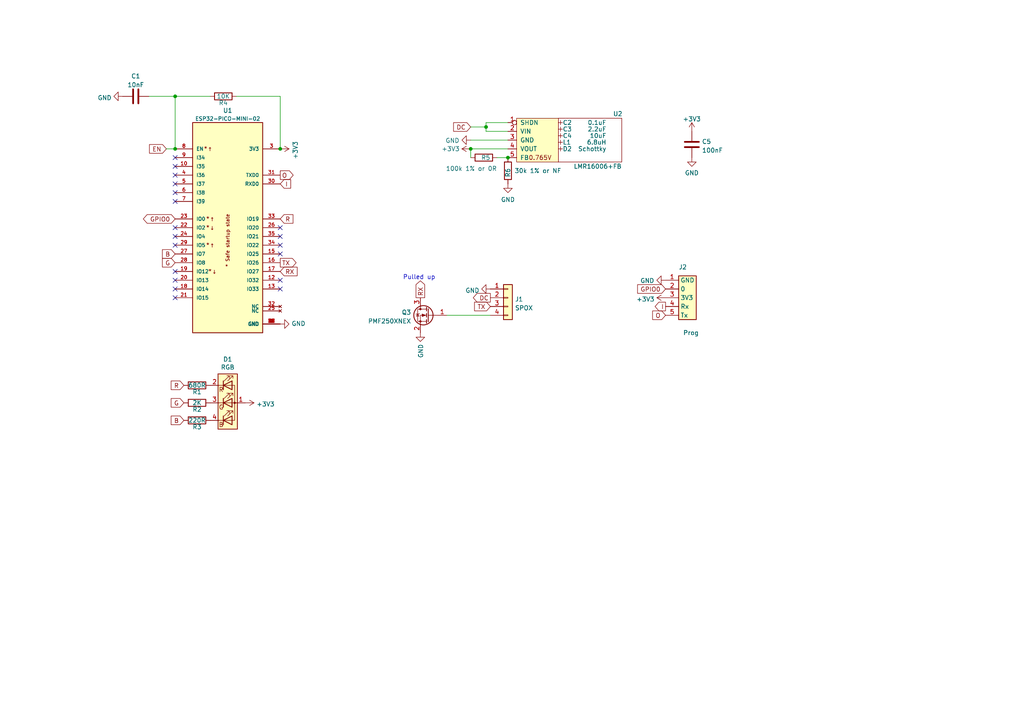
<source format=kicad_sch>
(kicad_sch (version 20211123) (generator eeschema)
  (paper "A4")
  (title_block (title "Daikin ESP32-PICO-MINI module") (date "${DATE}") (rev "1") (comment 1 "@TheRealRevK") (comment 2 "www.me.uk"))
  (lib_symbols
    (symbol "Connector_Generic:Conn_01x04" (pin_names (offset 1.016) hide)
      (property "Reference" "J2" (at 2.032 -0.4353 0))
      (property "Value" "SPOX" (at 2.032 -2.9722 0))
      (symbol "Conn_01x04_1_1"
        (rectangle (start -1.27 -4.953) (end 0 -5.207) (stroke (width 0.1524)))
        (rectangle (start -1.27 -2.413) (end 0 -2.667) (stroke (width 0.1524)))
        (rectangle (start -1.27 0.127) (end 0 -0.127) (stroke (width 0.1524)))
        (rectangle (start -1.27 2.667) (end 0 2.413) (stroke (width 0.1524)))
        (rectangle (start -1.27 3.81) (end 1.27 -6.35) (stroke (width 0.254)) (fill (type background)))
        (pin power_out line (at -5.08 2.54 0) (length 3.81) (name "Pin_1") (number "1"))
        (pin power_out line (at -5.08 0 0) (length 3.81) (name "Pin_2") (number "2"))
        (pin passive line (at -5.08 -2.54 0) (length 3.81) (name "Pin_3") (number "3"))
        (pin passive line (at -5.08 -5.08 0) (length 3.81) (name "Pin_4") (number "4"))
      )
    )
    (symbol "Device:C" (pin_numbers hide) (pin_names (offset 0.254))
      (property "Reference" "C" (at 0.635 2.54 0))
      (property "Value" "C" (at 0.635 -2.54 0))
      (symbol "C_0_1"
        (polyline (pts (xy -2.032 -0.762) (xy 2.032 -0.762)) (stroke (width 0.508)))
        (polyline (pts (xy -2.032 0.762) (xy 2.032 0.762)) (stroke (width 0.508)))
      )
      (symbol "C_1_1"
        (pin passive line (at 0 3.81 270) (length 2.794) (name "~") (number "1"))
        (pin passive line (at 0 -3.81 90) (length 2.794) (name "~") (number "2"))
      )
    )
    (symbol "Device:LED_ARGB" (pin_names (offset 0) hide)
      (property "Reference" "D" (at 0 9.398 0))
      (property "Value" "LED_ARGB" (at 0 -8.89 0))
      (symbol "LED_ARGB_0_0"
        (text "B" (at -1.905 -6.35 0) (effects (font (size 1.27 1.27))))
        (text "G" (at -1.905 -1.27 0) (effects (font (size 1.27 1.27))))
        (text "R" (at -1.905 3.81 0) (effects (font (size 1.27 1.27))))
      )
      (symbol "LED_ARGB_0_1"
        (polyline (pts (xy -1.27 -5.08) (xy -2.54 -5.08)))
        (polyline (pts (xy -1.27 -5.08) (xy 1.27 -5.08)))
        (polyline (pts (xy -1.27 -3.81) (xy -1.27 -6.35)) (stroke (width 0.254)))
        (polyline (pts (xy -1.27 0) (xy -2.54 0)))
        (polyline (pts (xy -1.27 1.27) (xy -1.27 -1.27)) (stroke (width 0.254)))
        (polyline (pts (xy -1.27 5.08) (xy -2.54 5.08)))
        (polyline (pts (xy -1.27 5.08) (xy 1.27 5.08)))
        (polyline (pts (xy -1.27 6.35) (xy -1.27 3.81)) (stroke (width 0.254)))
        (polyline (pts (xy 1.27 0) (xy -1.27 0)))
        (polyline (pts (xy 1.27 0) (xy 2.54 0)))
        (polyline (pts (xy -1.27 1.27) (xy -1.27 -1.27) (xy -1.27 -1.27)))
        (polyline (pts (xy -1.27 6.35) (xy -1.27 3.81) (xy -1.27 3.81)))
        (polyline (pts (xy 1.27 -5.08) (xy 2.032 -5.08) (xy 2.032 5.08) (xy 1.27 5.08)))
        (polyline (pts (xy 1.27 -3.81) (xy 1.27 -6.35) (xy -1.27 -5.08) (xy 1.27 -3.81)) (stroke (width 0.254)))
        (polyline (pts (xy 1.27 1.27) (xy 1.27 -1.27) (xy -1.27 0) (xy 1.27 1.27)) (stroke (width 0.254)))
        (polyline (pts (xy 1.27 6.35) (xy 1.27 3.81) (xy -1.27 5.08) (xy 1.27 6.35)) (stroke (width 0.254)))
        (polyline (pts (xy -1.016 -3.81) (xy 0.508 -2.286) (xy -0.254 -2.286) (xy 0.508 -2.286) (xy 0.508 -3.048)))
        (polyline (pts (xy -1.016 1.27) (xy 0.508 2.794) (xy -0.254 2.794) (xy 0.508 2.794) (xy 0.508 2.032)))
        (polyline (pts (xy -1.016 6.35) (xy 0.508 7.874) (xy -0.254 7.874) (xy 0.508 7.874) (xy 0.508 7.112)))
        (polyline (pts (xy 0 -3.81) (xy 1.524 -2.286) (xy 0.762 -2.286) (xy 1.524 -2.286) (xy 1.524 -3.048)))
        (polyline (pts (xy 0 1.27) (xy 1.524 2.794) (xy 0.762 2.794) (xy 1.524 2.794) (xy 1.524 2.032)))
        (polyline (pts (xy 0 6.35) (xy 1.524 7.874) (xy 0.762 7.874) (xy 1.524 7.874) (xy 1.524 7.112)))
        (rectangle (start 1.27 -1.27) (end 1.27 1.27))
        (rectangle (start 1.27 1.27) (end 1.27 1.27))
        (rectangle (start 1.27 3.81) (end 1.27 6.35))
        (rectangle (start 1.27 6.35) (end 1.27 6.35))
        (circle (center 2.032 0) (radius 0.254) (fill (type outline)))
        (rectangle (start 2.794 8.382) (end -2.794 -7.62) (stroke (width 0.254)) (fill (type background)))
      )
      (symbol "LED_ARGB_1_1"
        (pin passive line (at 5.08 0 180) (length 2.54) (name "A") (number "1"))
        (pin passive line (at -5.08 5.08 0) (length 2.54) (name "RK") (number "2"))
        (pin passive line (at -5.08 0 0) (length 2.54) (name "GK") (number "3"))
        (pin passive line (at -5.08 -5.08 0) (length 2.54) (name "BK") (number "4"))
      )
    )
    (symbol "Device:R" (pin_numbers hide) (pin_names (offset 0))
      (property "Reference" "R" (at 2.032 0 90))
      (property "Value" "R" (at 0 0 90))
      (symbol "R_0_1"
        (rectangle (start -1.016 -2.54) (end 1.016 2.54) (stroke (width 0.254)))
      )
      (symbol "R_1_1"
        (pin passive line (at 0 3.81 270) (length 1.27) (name "~") (number "1"))
        (pin passive line (at 0 -3.81 90) (length 1.27) (name "~") (number "2"))
      )
    )
    (symbol "RevK:ESP32-PICO-MINI-02" (pin_names (offset 1.016))
      (property "Reference" "U" (at -10.16 -33.02 0))
      (property "Value" "ESP32-PICO-MINI-02" (at 0 27.94 0))
      (symbol "ESP32-PICO-MINI-02_0_0"
        (rectangle (start -10.16 -30.48) (end 10.16 30.48) (stroke (width 0.254)) (fill (type background)))
        (text "* Safe startup state" (at 0 -11.43 900) (effects (font (size 1 1)) (justify left)))
        (text "*↑" (at -6.985 22.86 0) (effects (font (size 1.27 1.27)) (justify left)))
        (text "*↑" (at -6.35 -5.08 0) (effects (font (size 1.27 1.27)) (justify left)))
        (text "*↑" (at -6.35 2.54 0) (effects (font (size 1.27 1.27)) (justify left)))
        (text "*↓" (at -6.35 0 0) (effects (font (size 1.27 1.27)) (justify left)))
        (text "*↓" (at -5.715 -12.7 0) (effects (font (size 1.27 1.27)) (justify left)))
        (pin power_in line (at 15.24 -27.94 180) (length 5.08) (name "GND") (number "1"))
        (pin input line (at -15.24 17.78 0) (length 5.08) (name "I35") (number "10"))
        (pin power_in line (at 15.24 -27.94 180) (length 5.08) (name "GND") (number "11"))
        (pin bidirectional line (at 15.24 -15.24 180) (length 5.08) (name "IO32") (number "12"))
        (pin bidirectional line (at 15.24 -17.78 180) (length 5.08) (name "IO33") (number "13"))
        (pin power_in line (at 15.24 -27.94 180) (length 5.08) (name "GND") (number "14"))
        (pin bidirectional line (at 15.24 -7.62 180) (length 5.08) (name "IO25") (number "15"))
        (pin bidirectional line (at 15.24 -10.16 180) (length 5.08) (name "IO26") (number "16"))
        (pin bidirectional line (at 15.24 -12.7 180) (length 5.08) (name "IO27") (number "17"))
        (pin bidirectional line (at -15.24 -17.78 0) (length 5.08) (name "IO14") (number "18"))
        (pin bidirectional line (at -15.24 -12.7 0) (length 5.08) (name "IO12") (number "19"))
        (pin power_in line (at 15.24 -27.94 180) (length 5.08) (name "GND") (number "2"))
        (pin bidirectional line (at -15.24 -15.24 0) (length 5.08) (name "IO13") (number "20"))
        (pin bidirectional line (at -15.24 -20.32 0) (length 5.08) (name "IO15") (number "21"))
        (pin bidirectional line (at -15.24 0 0) (length 5.08) (name "IO2") (number "22"))
        (pin bidirectional line (at -15.24 2.54 0) (length 5.08) (name "IO0") (number "23"))
        (pin bidirectional line (at -15.24 -2.54 0) (length 5.08) (name "IO4") (number "24"))
        (pin no_connect line (at 15.24 -24.13 180) (length 5.08) (name "NC") (number "25"))
        (pin bidirectional line (at 15.24 0 180) (length 5.08) (name "IO20") (number "26"))
        (pin bidirectional line (at -15.24 -7.62 0) (length 5.08) (name "IO7") (number "27"))
        (pin bidirectional line (at -15.24 -10.16 0) (length 5.08) (name "IO8") (number "28"))
        (pin bidirectional line (at -15.24 -5.08 0) (length 5.08) (name "IO5") (number "29"))
        (pin power_in line (at 15.24 22.86 180) (length 5.08) (name "3V3") (number "3"))
        (pin bidirectional line (at 15.24 12.7 180) (length 5.08) (name "RXD0") (number "30"))
        (pin bidirectional line (at 15.24 15.24 180) (length 5.08) (name "TXD0") (number "31"))
        (pin no_connect line (at 15.24 -22.86 180) (length 5.08) (name "NC") (number "32"))
        (pin bidirectional line (at 15.24 2.54 180) (length 5.08) (name "IO19") (number "33"))
        (pin bidirectional line (at 15.24 -5.08 180) (length 5.08) (name "IO22") (number "34"))
        (pin bidirectional line (at 15.24 -2.54 180) (length 5.08) (name "IO21") (number "35"))
        (pin power_in line (at 15.24 -27.94 180) (length 5.08) (name "GND") (number "36"))
        (pin power_in line (at 15.24 -27.94 180) (length 5.08) (name "GND") (number "37"))
        (pin power_in line (at 15.24 -27.94 180) (length 5.08) (name "GND") (number "38"))
        (pin power_in line (at 15.24 -27.94 180) (length 5.08) (name "GND") (number "39"))
        (pin input line (at -15.24 15.24 0) (length 5.08) (name "I36") (number "4"))
        (pin power_in line (at 15.24 -27.94 180) (length 5.08) (name "GND") (number "40"))
        (pin power_in line (at 15.24 -27.94 180) (length 5.08) (name "GND") (number "41"))
        (pin power_in line (at 15.24 -27.94 180) (length 5.08) (name "GND") (number "42"))
        (pin power_in line (at 15.24 -27.94 180) (length 5.08) (name "GND") (number "43"))
        (pin power_in line (at 15.24 -27.94 180) (length 5.08) (name "GND") (number "44"))
        (pin power_in line (at 15.24 -27.94 180) (length 5.08) (name "GND") (number "45"))
        (pin power_in line (at 15.24 -27.94 180) (length 5.08) (name "GND") (number "46"))
        (pin power_in line (at 15.24 -27.94 180) (length 5.08) (name "GND") (number "47"))
        (pin power_in line (at 15.24 -27.94 180) (length 5.08) (name "GND") (number "48"))
        (pin power_in line (at 15.24 -27.94 180) (length 5.08) (name "GND") (number "49"))
        (pin input line (at -15.24 12.7 0) (length 5.08) (name "I37") (number "5"))
        (pin power_in line (at 15.24 -27.94 180) (length 5.08) (name "GND") (number "50"))
        (pin power_in line (at 15.24 -27.94 180) (length 5.08) (name "GND") (number "51"))
        (pin power_in line (at 15.24 -27.94 180) (length 5.08) (name "GND") (number "52"))
        (pin power_in line (at 15.24 -27.94 180) (length 5.08) (name "GND") (number "53"))
        (pin input line (at -15.24 10.16 0) (length 5.08) (name "I38") (number "6"))
        (pin input line (at -15.24 7.62 0) (length 5.08) (name "I39") (number "7"))
        (pin input line (at -15.24 22.86 0) (length 5.08) (name "EN") (number "8"))
        (pin input line (at -15.24 20.32 0) (length 5.08) (name "I34") (number "9"))
      )
    )
    (symbol "RevK:Hidden" (pin_names (offset 1.016))
      (property "Reference" "Z" (at 0.635 0 0))
      (property "Value" "Hidden" (at 4.445 0 0))
      (symbol "Hidden_0_1"
        (polyline (pts (xy -0.635 0) (xy 0.635 0)) (stroke (width 0.1524)))
        (polyline (pts (xy 0 0.635) (xy 0 -0.635)) (stroke (width 0.1524)))
      )
      (symbol "Hidden_1_1"
        (pin no_connect non_logic (at 0 -2.54 90) (length 2.54) hide (name "~") (number "~"))
      )
    )
    (symbol "RevK:LMR16006+FB" (pin_names (offset 1.016))
      (property "Reference" "U" (at 11.43 2.54 0))
      (property "Value" "LMR16006+FB" (at 7.62 -12.7 0))
      (symbol "LMR16006+FB_0_0"
        (rectangle (start 2.54 1.27) (end 14.605 -11.43) (fill (type background)))
        (text "0.765V" (at 12.7 -10.16 0) (effects (font (size 1.27 1.27)) (justify right)))
      )
      (symbol "LMR16006+FB_0_1"
        (rectangle (start 14.605 1.27) (end 33.02 -11.43))
      )
      (symbol "LMR16006+FB_1_1"
        (pin input inverted (at 0 0 0) (length 2.54) (name "SHDN") (number "1"))
        (pin power_in line (at 0 -2.54 0) (length 2.54) (name "VIN") (number "2"))
        (pin power_in line (at 0 -5.08 0) (length 2.54) (name "GND") (number "3"))
        (pin power_out line (at 0 -7.62 0) (length 2.54) (name "VOUT") (number "4"))
        (pin passive line (at 0 -10.16 0) (length 2.54) (name "FB") (number "5"))
      )
    )
    (symbol "RevK:NX7002AK" (pin_names (offset 0) hide)
      (property "Reference" "Q" (at 5.08 1.27 0))
      (property "Value" "NX7002AK" (at 5.08 -1.27 0))
      (symbol "NX7002AK_0_1"
        (polyline (pts (xy 0.254 0) (xy -2.54 0)))
        (polyline (pts (xy 0.254 1.905) (xy 0.254 -1.905)) (stroke (width 0.254)))
        (polyline (pts (xy 0.762 -1.27) (xy 0.762 -2.286)) (stroke (width 0.254)))
        (polyline (pts (xy 0.762 0.508) (xy 0.762 -0.508)) (stroke (width 0.254)))
        (polyline (pts (xy 0.762 2.286) (xy 0.762 1.27)) (stroke (width 0.254)))
        (polyline (pts (xy 2.54 2.54) (xy 2.54 1.778)))
        (polyline (pts (xy 2.54 -2.54) (xy 2.54 0) (xy 0.762 0)))
        (polyline (pts (xy 0.762 -1.778) (xy 3.302 -1.778) (xy 3.302 1.778) (xy 0.762 1.778)))
        (polyline (pts (xy 1.016 0) (xy 2.032 0.381) (xy 2.032 -0.381) (xy 1.016 0)) (fill (type outline)))
        (polyline (pts (xy 2.794 0.508) (xy 2.921 0.381) (xy 3.683 0.381) (xy 3.81 0.254)))
        (polyline (pts (xy 3.302 0.381) (xy 2.921 -0.254) (xy 3.683 -0.254) (xy 3.302 0.381)))
        (circle (center 1.651 0) (radius 2.794) (stroke (width 0.254)))
        (circle (center 2.54 -1.778) (radius 0.254) (fill (type outline)))
        (circle (center 2.54 1.778) (radius 0.254) (fill (type outline)))
      )
      (symbol "NX7002AK_1_1"
        (pin input line (at -5.08 0 0) (length 2.54) (name "G") (number "1"))
        (pin passive line (at 2.54 -5.08 90) (length 2.54) (name "S") (number "2"))
        (pin passive line (at 2.54 5.08 270) (length 2.54) (name "D") (number "3"))
      )
    )
    (symbol "RevK:Shelly"
      (property "Reference" "J" (at 0 -8.89 0))
      (property "Value" "Shelly" (at 0 8.89 0))
      (symbol "Shelly_1_1"
        (rectangle (start -1.27 6.35) (end 3.81 -6.35) (stroke (width 0.254)) (fill (type background)))
        (pin power_in line (at -5.08 5.08 0) (length 3.81) (name "GND") (number "1"))
        (pin output line (at -5.08 2.54 0) (length 3.81) (name "0") (number "2"))
        (pin power_in line (at -5.08 0 0) (length 3.81) (name "3V3") (number "3"))
        (pin output line (at -5.08 -2.54 0) (length 3.81) (name "Rx") (number "4"))
        (pin input line (at -5.08 -5.08 0) (length 3.81) (name "Tx") (number "5"))
      )
    )
    (symbol "power:+3.3V" (power) (pin_names (offset 0))
      (property "Value" "+3.3V" (at 0 3.556 0))
      (symbol "+3.3V_0_1"
        (polyline (pts (xy -0.762 1.27) (xy 0 2.54)))
        (polyline (pts (xy 0 0) (xy 0 2.54)))
        (polyline (pts (xy 0 2.54) (xy 0.762 1.27)))
      )
      (symbol "+3.3V_1_1"
        (pin power_in line (at 0 0 90) (length 0) hide (name "+3V3") (number "1"))
      )
    )
    (symbol "power:GND" (power) (pin_names (offset 0))
      (property "Value" "GND" (at 0 -3.81 0))
      (symbol "GND_0_1"
        (polyline (pts (xy 0 0) (xy 0 -1.27) (xy 1.27 -1.27) (xy 0 -2.54) (xy -1.27 -1.27) (xy 0 -1.27)))
      )
      (symbol "GND_1_1"
        (pin power_in line (at 0 0 270) (length 0) hide (name "GND") (number "1"))
      )
    )
  )
  (junction (at 81.28 43.18))
  (junction (at 147.32 45.72))
  (junction (at 50.8 43.18))
  (junction (at 50.8 27.94))
  (junction (at 140.97 36.83))
  (junction (at 136.525 43.18))
  (no_connect (at 81.28 71.12))
  (no_connect (at 50.8 45.72))
  (no_connect (at 50.8 48.26))
  (no_connect (at 50.8 50.8))
  (no_connect (at 50.8 53.34))
  (no_connect (at 50.8 55.88))
  (no_connect (at 50.8 58.42))
  (no_connect (at 50.8 66.04))
  (no_connect (at 50.8 71.12))
  (no_connect (at 50.8 78.74))
  (no_connect (at 81.28 68.58))
  (no_connect (at 81.28 81.28))
  (no_connect (at 81.28 83.82))
  (no_connect (at 81.28 73.66))
  (no_connect (at 50.8 83.82))
  (no_connect (at 50.8 81.28))
  (no_connect (at 50.8 86.36))
  (no_connect (at 81.28 66.04))
  (no_connect (at 50.8 68.58))
  (wire (pts (xy 142.24 91.44) (xy 129.54 91.44)))
  (wire (pts (xy 140.97 35.56) (xy 140.97 36.83)))
  (wire (pts (xy 140.97 35.56) (xy 147.32 35.56)))
  (wire (pts (xy 136.525 43.18) (xy 147.32 43.18)))
  (wire (pts (xy 43.18 27.94) (xy 50.8 27.94)))
  (wire (pts (xy 144.145 45.72) (xy 147.32 45.72)))
  (wire (pts (xy 48.26 43.18) (xy 50.8 43.18)))
  (wire (pts (xy 140.97 36.83) (xy 140.97 38.1)))
  (wire (pts (xy 136.525 43.18) (xy 136.525 45.72)))
  (wire (pts (xy 136.525 36.83) (xy 140.97 36.83)))
  (wire (pts (xy 50.8 43.18) (xy 50.8 27.94)))
  (wire (pts (xy 81.28 27.94) (xy 81.28 43.18)))
  (wire (pts (xy 50.8 27.94) (xy 60.96 27.94)))
  (wire (pts (xy 136.525 40.64) (xy 147.32 40.64)))
  (wire (pts (xy 68.58 27.94) (xy 81.28 27.94)))
  (wire (pts (xy 140.97 38.1) (xy 147.32 38.1)))
  (text "Pulled up" (at 116.84 81.28 0) (effects (font (size 1.27 1.27)) (justify left bottom)))
  (global_label "DC" (shape input) (at 136.525 36.83 180) (property "Intersheet References" "${INTERSHEET_REFS}" (effects hide)))
  (global_label "G" (shape input) (at 50.8 76.2 180) (property "Intersheet References" "${INTERSHEET_REFS}" (effects hide)))
  (global_label "R" (shape input) (at 81.28 63.5 0) (property "Intersheet References" "${INTERSHEET_REFS}" (effects hide)))
  (global_label "EN" (shape input) (at 48.26 43.18 180) (property "Intersheet References" "${INTERSHEET_REFS}" (effects hide)))
  (global_label "B" (shape input) (at 53.34 121.92 180) (property "Intersheet References" "${INTERSHEET_REFS}" (effects hide)))
  (global_label "GPIO0" (shape input) (at 193.04 83.82 180) (property "Intersheet References" "${INTERSHEET_REFS}" (effects hide)))
  (global_label "TX" (shape input) (at 142.24 88.9 180) (property "Intersheet References" "${INTERSHEET_REFS}" (effects hide)))
  (global_label "R" (shape input) (at 53.34 111.76 180) (property "Intersheet References" "${INTERSHEET_REFS}" (effects hide)))
  (global_label "I" (shape input) (at 81.28 53.34 0) (property "Intersheet References" "${INTERSHEET_REFS}" (effects hide)))
  (global_label "GPIO0" (shape bidirectional) (at 50.8 63.5 180) (property "Intersheet References" "${INTERSHEET_REFS}" (effects hide)))
  (global_label "TX" (shape output) (at 81.28 76.2 0) (property "Intersheet References" "${INTERSHEET_REFS}" (effects hide)))
  (global_label "O" (shape output) (at 81.28 50.8 0) (property "Intersheet References" "${INTERSHEET_REFS}" (effects hide)))
  (global_label "DC" (shape output) (at 142.24 86.36 180) (property "Intersheet References" "${INTERSHEET_REFS}" (effects hide)))
  (global_label "O" (shape input) (at 193.04 91.44 180) (property "Intersheet References" "${INTERSHEET_REFS}" (effects hide)))
  (global_label "RX" (shape input) (at 81.28 78.74 0) (property "Intersheet References" "${INTERSHEET_REFS}" (effects hide)))
  (global_label "G" (shape input) (at 53.34 116.84 180) (property "Intersheet References" "${INTERSHEET_REFS}" (effects hide)))
  (global_label "RX" (shape output) (at 121.92 86.36 90) (property "Intersheet References" "${INTERSHEET_REFS}" (effects hide)))
  (global_label "I" (shape output) (at 193.04 88.9 180) (property "Intersheet References" "${INTERSHEET_REFS}" (effects hide)))
  (global_label "B" (shape input) (at 50.8 73.66 180) (property "Intersheet References" "${INTERSHEET_REFS}" (effects hide)))
  (symbol (lib_id "power:+3.3V") (at 81.28 43.18 270) (unit 1)
    (property "Reference" "#PWR03" (effects hide))
    (property "Value" "+3.3V" (at 85.6742 43.561 0))
  )
  (symbol (lib_id "power:GND") (at 136.525 40.64 270) (unit 1)
    (property "Reference" "#PWR07" (effects hide))
    (property "Value" "GND" (at 133.2738 40.767 90) (effects (justify right)))
  )
  (symbol (lib_id "power:+3.3V") (at 136.525 43.18 90) (unit 1)
    (property "Reference" "#PWR08" (effects hide))
    (property "Value" "+3.3V" (at 133.35 43.18 90) (effects (justify left)))
  )
  (symbol (lib_id "power:GND") (at 81.28 93.98 90) (unit 1)
    (property "Reference" "#PWR04" (effects hide))
    (property "Value" "GND" (at 84.5312 93.853 90) (effects (justify right)))
  )
  (symbol (lib_id "RevK:Hidden") (at 162.56 35.56 0) (unit 1)
    (property "Reference" "C2" (at 163.195 35.56 0) (effects (justify left)))
    (property "Value" "0.1uF" (at 175.895 35.56 0) (effects (justify right)))
    (property "Footprint" "RevK:Hidden" (effects hide))
    (property "Note" "X7R or X5R 0603" (effects hide))
  )
  (symbol (lib_id "RevK:Hidden") (at 162.56 37.465 0) (unit 1)
    (property "Reference" "C3" (at 163.195 37.465 0) (effects (justify left)))
    (property "Value" "2.2uF" (at 175.895 37.465 0) (effects (justify right)))
    (property "Footprint" "RevK:Hidden" (effects hide))
    (property "Note" "0603 or 0805" (effects hide))
  )
  (symbol (lib_id "RevK:Hidden") (at 162.56 39.37 0) (unit 1)
    (property "Reference" "C4" (at 163.195 39.37 0) (effects (justify left)))
    (property "Value" "10uF" (at 175.895 39.37 0) (effects (justify right)))
    (property "Footprint" "RevK:Hidden" (effects hide))
    (property "Note" "0603 or 0805" (effects hide))
  )
  (symbol (lib_id "RevK:Hidden") (at 162.56 41.275 0) (unit 1)
    (property "Reference" "L1" (at 163.195 41.275 0) (effects (justify left)))
    (property "Value" "6.8uH" (at 175.895 41.275 0) (effects (justify right)))
    (property "Footprint" "RevK:Hidden" (effects hide))
    (property "Datasheet" "https://www.mouser.co.uk/datasheet/2/987/Laird_Performance_TYA4020_series__Rev_A_-1877538.pdf" (effects hide))
    (property "Manufacturer" "Laird" (effects hide))
    (property "Part No" "TYA4020" (effects hide))
  )
  (symbol (lib_id "RevK:Hidden") (at 162.56 43.18 0) (unit 1)
    (property "Reference" "D2" (at 163.195 43.18 0) (effects (justify left)))
    (property "Value" "Schottky" (at 175.895 43.18 0) (effects (justify right)))
    (property "Footprint" "RevK:Hidden" (effects hide))
    (property "Datasheet" "https://www.mouser.co.uk/datasheet/2/54/CD1206-B220_B2100-777245.pdf" (effects hide))
    (property "Manufacturer" "Bourns" (effects hide))
    (property "Part No" "CD1206-B2100" (effects hide))
  )
  (symbol (lib_id "Device:R") (at 57.15 111.76 270) (unit 1)
    (property "Reference" "R1" (at 57.15 113.665 90))
    (property "Value" "680R" (at 57.15 111.76 90))
    (property "Footprint" "RevK:R_0603" (effects hide))
  )
  (symbol (lib_id "power:GND") (at 142.24 83.82 270) (unit 1)
    (property "Reference" "#PWR09" (effects hide))
    (property "Value" "GND" (at 139.0651 84.2538 90) (effects (justify right)))
  )
  (symbol (lib_id "Device:R") (at 64.77 27.94 270) (unit 1)
    (property "Reference" "R4" (at 64.77 29.845 90))
    (property "Value" "10K" (at 64.77 27.94 90))
    (property "Footprint" "RevK:R_0603" (effects hide))
  )
  (symbol (lib_id "Device:C") (at 200.66 41.91 0) (unit 1)
    (property "Reference" "C5" (at 203.581 41.0753 0) (effects (justify left)))
    (property "Value" "100nF" (at 203.581 43.6122 0) (effects (justify left)))
    (property "Footprint" "RevK:C_0603" (effects hide))
  )
  (symbol (lib_id "power:+3.3V") (at 71.12 116.84 270) (unit 1)
    (property "Reference" "#PWR02" (effects hide))
    (property "Value" "+3.3V" (at 74.3712 117.221 90) (effects (justify left)))
  )
  (symbol (lib_id "power:GND") (at 147.32 53.34 0) (unit 1)
    (property "Reference" "#PWR010" (effects hide))
    (property "Value" "GND" (at 147.32 57.9025 0))
  )
  (symbol (lib_id "Device:R") (at 57.15 116.84 270) (unit 1)
    (property "Reference" "R2" (at 57.15 118.745 90))
    (property "Value" "2K" (at 57.15 116.84 90))
    (property "Footprint" "RevK:R_0603" (effects hide))
  )
  (symbol (lib_id "RevK:ESP32-PICO-MINI-02") (at 66.04 66.04 0) (unit 1)
    (property "Reference" "U1" (at 66.04 32.0498 0))
    (property "Value" "ESP32-PICO-MINI-02" (at 66.04 34.4339 0) (effects (font (size 1.1 1.1))))
    (property "Footprint" "RevK:ESP32-PICO-MINI-02" (effects hide))
    (property "MANUFACTURER" "Espressif" (effects hide))
    (property "MAXIMUM_PACKAGE_HEIGHT" "2.55mm" (effects hide))
    (property "PARTREV" "v1.0" (effects hide))
    (property "STANDARD" "Manufacturer Recommendations" (effects hide))
  )
  (symbol (lib_id "Device:R") (at 147.32 49.53 180) (unit 1)
    (property "Reference" "R6" (at 147.32 51.435 90) (effects (justify right)))
    (property "Value" "30k 1% or NF" (at 149.225 49.53 0) (effects (justify right)))
    (property "Footprint" "RevK:R_0603" (effects hide))
  )
  (symbol (lib_id "Device:C") (at 39.37 27.94 90) (unit 1)
    (property "Reference" "C1" (at 39.37 22.0812 90))
    (property "Value" "10nF" (at 39.37 24.6181 90))
    (property "Footprint" "RevK:C_0603" (effects hide))
  )
  (symbol (lib_id "Connector_Generic:Conn_01x04") (at 147.32 86.36 0) (unit 1)
    (property "Reference" "J1" (at 149.352 86.7953 0) (effects (justify left)))
    (property "Value" "SPOX" (at 149.352 89.3322 0) (effects (justify left)))
    (property "Footprint" "RevK:Molex_MiniSPOX_H4RA" (effects hide))
  )
  (symbol (lib_id "power:+3.3V") (at 200.66 38.1 0) (unit 1)
    (property "Reference" "#PWR013" (effects hide))
    (property "Value" "+3.3V" (at 200.66 34.5242 0))
  )
  (symbol (lib_id "Device:LED_ARGB") (at 66.04 116.84 0) (unit 1)
    (property "Reference" "D1" (at 66.04 104.2162 0))
    (property "Value" "RGB" (at 66.04 106.5276 0))
    (property "Footprint" "RevK:LED-RGB-1.6x1.6" (effects hide))
    (property "Manufacturer" "Kingbright" (effects hide))
    (property "Part No" "APTF1616LSEEZGKQBKC" (effects hide))
  )
  (symbol (lib_id "RevK:LMR16006+FB") (at 147.32 35.56 0) (unit 1)
    (property "Reference" "U2" (at 177.8 33.02 0) (effects (justify left)))
    (property "Value" "LMR16006+FB" (at 166.37 48.26 0) (effects (justify left)))
    (property "Footprint" "RevK:RegulatorBlockFB" (effects hide))
    (property "Manufacturer" "TI" (effects hide))
    (property "Part No" "LMR16006YQ3" (effects hide))
  )
  (symbol (lib_id "Device:R") (at 57.15 121.92 270) (unit 1)
    (property "Reference" "R3" (at 57.15 123.825 90))
    (property "Value" "220R" (at 57.15 121.92 90))
    (property "Footprint" "RevK:R_0603" (effects hide))
  )
  (symbol (lib_id "power:GND") (at 121.92 96.52 0) (unit 1)
    (property "Reference" "#PWR06" (effects hide))
    (property "Value" "GND" (at 122.047 99.7712 90) (effects (justify right)))
  )
  (symbol (lib_id "power:GND") (at 35.56 27.94 270) (unit 1)
    (property "Reference" "#PWR01" (effects hide))
    (property "Value" "GND" (at 32.3851 28.3738 90) (effects (justify right)))
  )
  (symbol (lib_id "RevK:NX7002AK") (at 124.46 91.44 0) (mirror y) (unit 1)
    (property "Reference" "Q3" (at 119.253 90.6053 0) (effects (justify left)))
    (property "Value" "PMF250XNEX" (at 119.253 93.1422 0) (effects (justify left)))
    (property "Footprint" "Package_TO_SOT_SMD:SOT-323_SC-70" (effects hide))
  )
  (symbol (lib_id "RevK:Shelly") (at 198.12 86.36 0) (unit 1)
    (property "Reference" "J2" (at 196.85 77.47 0) (effects (justify left)))
    (property "Value" "Prog" (at 198.12 96.52 0) (effects (justify left)))
    (property "Footprint" "RevK:Shelly" (effects hide))
  )
  (symbol (lib_id "power:+3.3V") (at 193.04 86.36 90) (unit 1)
    (property "Reference" "#PWR012" (effects hide))
    (property "Value" "+3.3V" (at 189.865 86.7938 90) (effects (justify left)))
  )
  (symbol (lib_id "power:GND") (at 200.66 45.72 0) (unit 1)
    (property "Reference" "#PWR014" (effects hide))
    (property "Value" "GND" (at 200.66 50.1634 0))
  )
  (symbol (lib_id "power:GND") (at 193.04 81.28 270) (unit 1)
    (property "Reference" "#PWR011" (effects hide))
    (property "Value" "GND" (at 189.7888 81.407 90) (effects (justify right)))
  )
  (symbol (lib_id "Device:R") (at 140.335 45.72 90) (unit 1)
    (property "Reference" "R5" (at 142.24 45.72 90) (effects (justify left)))
    (property "Value" "100k 1% or 0R" (at 144.145 48.895 90) (effects (justify left)))
    (property "Footprint" "RevK:R_0603" (effects hide))
  )
)
</source>
